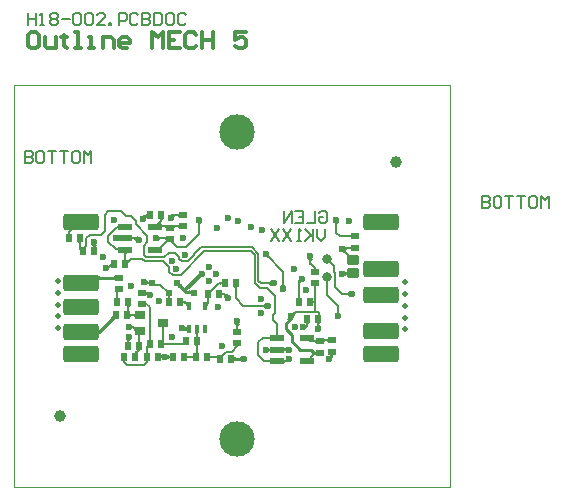
<source format=gbl>
G04 Layer_Physical_Order=4*
G04 Layer_Color=16711680*
%FSLAX42Y42*%
%MOMM*%
G71*
G01*
G75*
%ADD11R,1.22X0.62*%
%ADD12C,1.00*%
G04:AMPARAMS|DCode=13|XSize=0.8mm|YSize=1mm|CornerRadius=0.04mm|HoleSize=0mm|Usage=FLASHONLY|Rotation=270.000|XOffset=0mm|YOffset=0mm|HoleType=Round|Shape=RoundedRectangle|*
%AMROUNDEDRECTD13*
21,1,0.80,0.92,0,0,270.0*
21,1,0.72,1.00,0,0,270.0*
1,1,0.08,-0.46,-0.36*
1,1,0.08,-0.46,0.36*
1,1,0.08,0.46,0.36*
1,1,0.08,0.46,-0.36*
%
%ADD13ROUNDEDRECTD13*%
G04:AMPARAMS|DCode=19|XSize=0.57mm|YSize=0.65mm|CornerRadius=0.06mm|HoleSize=0mm|Usage=FLASHONLY|Rotation=0.000|XOffset=0mm|YOffset=0mm|HoleType=Round|Shape=RoundedRectangle|*
%AMROUNDEDRECTD19*
21,1,0.57,0.54,0,0,0.0*
21,1,0.46,0.65,0,0,0.0*
1,1,0.12,0.23,-0.27*
1,1,0.12,-0.23,-0.27*
1,1,0.12,-0.23,0.27*
1,1,0.12,0.23,0.27*
%
%ADD19ROUNDEDRECTD19*%
G04:AMPARAMS|DCode=20|XSize=0.57mm|YSize=0.65mm|CornerRadius=0.06mm|HoleSize=0mm|Usage=FLASHONLY|Rotation=90.000|XOffset=0mm|YOffset=0mm|HoleType=Round|Shape=RoundedRectangle|*
%AMROUNDEDRECTD20*
21,1,0.57,0.54,0,0,90.0*
21,1,0.46,0.65,0,0,90.0*
1,1,0.12,0.27,0.23*
1,1,0.12,0.27,-0.23*
1,1,0.12,-0.27,-0.23*
1,1,0.12,-0.27,0.23*
%
%ADD20ROUNDEDRECTD20*%
%ADD23C,0.15*%
%ADD24C,0.30*%
%ADD25C,0.25*%
%ADD26C,0.20*%
%ADD27C,0.10*%
%ADD28C,0.50*%
G04:AMPARAMS|DCode=29|XSize=3mm|YSize=1.4mm|CornerRadius=0.21mm|HoleSize=0mm|Usage=FLASHONLY|Rotation=0.000|XOffset=0mm|YOffset=0mm|HoleType=Round|Shape=RoundedRectangle|*
%AMROUNDEDRECTD29*
21,1,3.00,0.98,0,0,0.0*
21,1,2.58,1.40,0,0,0.0*
1,1,0.42,1.29,-0.49*
1,1,0.42,-1.29,-0.49*
1,1,0.42,-1.29,0.49*
1,1,0.42,1.29,0.49*
%
%ADD29ROUNDEDRECTD29*%
%ADD30C,3.00*%
%ADD31C,0.60*%
%ADD39C,0.80*%
%ADD40R,0.90X0.70*%
%ADD41R,0.60X0.60*%
%ADD42R,0.40X0.75*%
G36*
X1511Y336D02*
X1489D01*
X1493Y344D01*
X1507D01*
X1511Y336D01*
D02*
G37*
G36*
X620Y358D02*
Y342D01*
X604Y333D01*
Y367D01*
X620Y358D01*
D02*
G37*
G36*
X1069Y346D02*
X1076Y349D01*
Y319D01*
X1066Y324D01*
X1047Y315D01*
X1055Y357D01*
X1069Y346D01*
D02*
G37*
G36*
X877Y343D02*
X862D01*
X859Y351D01*
X881D01*
X877Y343D01*
D02*
G37*
G36*
X1507Y359D02*
X1493D01*
X1479Y379D01*
X1521D01*
X1507Y359D01*
D02*
G37*
G36*
X2208Y354D02*
X2167D01*
X2180Y374D01*
X2195D01*
X2208Y354D01*
D02*
G37*
G36*
X2098Y357D02*
X2090Y349D01*
X2085Y367D01*
X2087Y368D01*
X2098Y357D01*
D02*
G37*
G36*
X635Y319D02*
X630Y329D01*
Y351D01*
X635D01*
Y319D01*
D02*
G37*
G36*
X1773Y244D02*
X1765Y248D01*
Y263D01*
X1773Y266D01*
Y244D01*
D02*
G37*
G36*
X771Y242D02*
X749D01*
X753Y250D01*
X768D01*
X771Y242D01*
D02*
G37*
G36*
X881Y242D02*
X859Y242D01*
X862Y250D01*
X877D01*
X881Y242D01*
D02*
G37*
G36*
X1169Y260D02*
X1146D01*
X1150Y268D01*
X1165D01*
X1169Y260D01*
D02*
G37*
G36*
X1165Y290D02*
X1150D01*
X1146Y298D01*
X1169D01*
X1165Y290D01*
D02*
G37*
G36*
X1844Y286D02*
X1822D01*
X1825Y293D01*
X1841D01*
X1844Y286D01*
D02*
G37*
G36*
X675Y278D02*
X660D01*
X656Y286D01*
X679D01*
X675Y278D01*
D02*
G37*
G36*
X2100Y380D02*
X2085D01*
X2081Y388D01*
X2104D01*
X2100Y380D01*
D02*
G37*
G36*
X585Y520D02*
X570D01*
X566Y528D01*
X589D01*
X585Y520D01*
D02*
G37*
G36*
X1739Y509D02*
X1719Y522D01*
Y538D01*
X1739Y551D01*
Y509D01*
D02*
G37*
G36*
X589Y482D02*
X566D01*
X570Y490D01*
X585D01*
X589Y482D01*
D02*
G37*
G36*
X1076Y529D02*
X1070Y540D01*
Y561D01*
X1076D01*
Y529D01*
D02*
G37*
G36*
X2154Y568D02*
Y553D01*
X2146Y549D01*
Y571D01*
X2154Y568D01*
D02*
G37*
G36*
X1054D02*
Y553D01*
X1046Y549D01*
Y571D01*
X1054Y568D01*
D02*
G37*
G36*
X1247Y558D02*
X1250Y540D01*
X1245Y529D01*
Y561D01*
X1247Y558D01*
D02*
G37*
G36*
X2371Y461D02*
X2329D01*
X2342Y481D01*
X2358D01*
X2371Y461D01*
D02*
G37*
G36*
X466Y418D02*
X449Y409D01*
X435Y430D01*
X444Y448D01*
X466Y418D01*
D02*
G37*
G36*
X1966Y411D02*
X1949Y402D01*
X1925Y413D01*
X1929Y431D01*
X1966Y411D01*
D02*
G37*
G36*
X2195Y380D02*
X2180D01*
X2176Y388D01*
X2199D01*
X2195Y380D01*
D02*
G37*
G36*
X604Y457D02*
Y443D01*
X596Y439D01*
Y461D01*
X604Y457D01*
D02*
G37*
G36*
X2201Y452D02*
X2179D01*
X2183Y460D01*
X2198D01*
X2201Y452D01*
D02*
G37*
G36*
X1992Y464D02*
X1987Y440D01*
X1958Y470D01*
X1981Y474D01*
X1992Y464D01*
D02*
G37*
G36*
X635Y439D02*
X628Y443D01*
Y457D01*
X635Y461D01*
Y439D01*
D02*
G37*
G36*
X2268Y226D02*
X2260Y230D01*
Y245D01*
X2268Y249D01*
Y226D01*
D02*
G37*
G36*
X2308Y114D02*
X2308Y114D01*
X2311D01*
X2308Y107D01*
X2310Y84D01*
X2279Y110D01*
X2292Y119D01*
X2308Y114D01*
D02*
G37*
G36*
X931Y108D02*
Y93D01*
X911Y79D01*
Y121D01*
X931Y108D01*
D02*
G37*
G36*
X869Y79D02*
X849Y93D01*
Y108D01*
X869Y121D01*
Y79D01*
D02*
G37*
G36*
X1084Y108D02*
Y93D01*
X1076Y89D01*
Y111D01*
X1084Y108D01*
D02*
G37*
G36*
X1324Y89D02*
X1316Y93D01*
X1316Y108D01*
X1325Y111D01*
X1324Y89D01*
D02*
G37*
G36*
X1284Y108D02*
Y93D01*
X1276Y89D01*
Y111D01*
X1284Y108D01*
D02*
G37*
G36*
X1124Y89D02*
X1116Y93D01*
Y108D01*
X1124Y111D01*
Y89D01*
D02*
G37*
G36*
X1489Y93D02*
Y68D01*
X1476Y61D01*
Y99D01*
X1489Y93D01*
D02*
G37*
G36*
X1773Y54D02*
X1765Y57D01*
Y72D01*
X1773Y76D01*
Y54D01*
D02*
G37*
G36*
X1940Y52D02*
X1938Y53D01*
X1937Y54D01*
X1940Y52D01*
D02*
G37*
G36*
X1901Y68D02*
Y52D01*
X1894Y49D01*
Y71D01*
X1901Y68D01*
D02*
G37*
G36*
X1937Y54D02*
X1902Y68D01*
X1910Y80D01*
X1937Y54D01*
D02*
G37*
G36*
X740Y60D02*
X725D01*
X721Y68D01*
X744D01*
X740Y60D01*
D02*
G37*
G36*
X550D02*
X535D01*
X531Y68D01*
X554D01*
X550Y60D01*
D02*
G37*
G36*
X1539Y59D02*
X1521Y68D01*
Y93D01*
X1539Y101D01*
Y59D01*
D02*
G37*
G36*
X2141Y95D02*
X2110D01*
X2120Y101D01*
X2141D01*
Y95D01*
D02*
G37*
G36*
X1035Y199D02*
X1026Y203D01*
Y217D01*
X1034Y221D01*
X1035Y199D01*
D02*
G37*
G36*
X894Y217D02*
Y203D01*
X886Y199D01*
Y221D01*
X894Y217D01*
D02*
G37*
G36*
X1165Y187D02*
X1150D01*
X1146Y195D01*
X1169D01*
X1165Y187D01*
D02*
G37*
G36*
X2168Y216D02*
X2160Y220D01*
Y235D01*
X2168Y239D01*
Y216D01*
D02*
G37*
G36*
X2240Y245D02*
Y230D01*
X2232Y226D01*
Y249D01*
X2240Y245D01*
D02*
G37*
G36*
X679Y222D02*
X656D01*
X660Y230D01*
X675D01*
X679Y222D01*
D02*
G37*
G36*
X595Y244D02*
X581Y229D01*
X584Y222D01*
X561D01*
X565Y230D01*
X572D01*
X565Y232D01*
X554Y255D01*
X595Y244D01*
D02*
G37*
G36*
X1499Y178D02*
X1478D01*
Y184D01*
X1510D01*
X1499Y178D01*
D02*
G37*
G36*
X744Y132D02*
X721D01*
X725Y140D01*
X740D01*
X744Y132D01*
D02*
G37*
G36*
X656Y138D02*
Y132D01*
X624D01*
X640Y143D01*
X656Y138D01*
D02*
G37*
G36*
X1386Y113D02*
X1381Y107D01*
X1359Y112D01*
X1370Y118D01*
X1386Y113D01*
D02*
G37*
G36*
X1169Y132D02*
X1146D01*
X1150Y140D01*
X1165D01*
X1169Y132D01*
D02*
G37*
G36*
X1919Y139D02*
X1900Y152D01*
X1894Y149D01*
Y171D01*
X1900Y168D01*
X1919Y181D01*
Y139D01*
D02*
G37*
G36*
X665Y147D02*
X649Y152D01*
Y158D01*
X681D01*
X665Y147D01*
D02*
G37*
G36*
X1781Y167D02*
Y152D01*
X1761Y139D01*
Y181D01*
X1781Y167D01*
D02*
G37*
G36*
X1260Y590D02*
X1245D01*
X1241Y598D01*
X1264D01*
X1260Y590D01*
D02*
G37*
G36*
X175Y1060D02*
X160D01*
X156Y1068D01*
X179D01*
X175Y1060D01*
D02*
G37*
G36*
X903Y1064D02*
X897Y1059D01*
X892Y1075D01*
X898Y1086D01*
X903Y1064D01*
D02*
G37*
G36*
X967Y1063D02*
X951Y1058D01*
X940Y1064D01*
X963Y1069D01*
X967Y1063D01*
D02*
G37*
G36*
X643Y1077D02*
X628Y1093D01*
X634Y1107D01*
X657Y1117D01*
X643Y1077D01*
D02*
G37*
G36*
X621Y1107D02*
Y1093D01*
X614Y1089D01*
Y1111D01*
X621Y1107D01*
D02*
G37*
G36*
X851D02*
Y1093D01*
X831Y1079D01*
Y1121D01*
X851Y1107D01*
D02*
G37*
G36*
X511D02*
Y1093D01*
X491Y1079D01*
Y1089D01*
X485Y1093D01*
Y1107D01*
X491Y1111D01*
Y1121D01*
X511Y1107D01*
D02*
G37*
G36*
X873Y1035D02*
X867Y1024D01*
X847Y1035D01*
X858Y1041D01*
X873Y1035D01*
D02*
G37*
G36*
X493Y999D02*
X485Y1002D01*
Y1018D01*
X493Y1021D01*
Y999D01*
D02*
G37*
G36*
X2424Y1030D02*
X2432Y1015D01*
X2421Y1003D01*
X2424Y986D01*
X2414Y976D01*
X2390Y980D01*
X2416Y1005D01*
X2401Y1038D01*
X2424Y1030D01*
D02*
G37*
G36*
X561Y967D02*
X545D01*
X542Y974D01*
X564D01*
X561Y967D01*
D02*
G37*
G36*
X2468Y1011D02*
X2460Y1015D01*
Y1030D01*
X2468Y1034D01*
Y1011D01*
D02*
G37*
G36*
X309Y1047D02*
X296Y1029D01*
X299Y1022D01*
X276D01*
X280Y1030D01*
X267Y1050D01*
X309Y1047D01*
D02*
G37*
G36*
X218Y1021D02*
X187Y1022D01*
X197Y1028D01*
X219D01*
X218Y1021D01*
D02*
G37*
G36*
X179Y1022D02*
X164Y1017D01*
X160Y1029D01*
X175Y1030D01*
X179Y1022D01*
D02*
G37*
G36*
X898Y1089D02*
X890Y1093D01*
Y1107D01*
X898Y1111D01*
Y1089D01*
D02*
G37*
G36*
X854Y1226D02*
X822D01*
X832Y1231D01*
X854D01*
Y1226D01*
D02*
G37*
G36*
X2348Y1219D02*
X2333D01*
X2319Y1239D01*
X2361D01*
X2348Y1219D01*
D02*
G37*
G36*
X1188Y1219D02*
X1173D01*
X1159Y1239D01*
X1201D01*
X1188Y1219D01*
D02*
G37*
G36*
X865Y1260D02*
X850D01*
X846Y1268D01*
X869D01*
X865Y1260D01*
D02*
G37*
G36*
X1008Y1286D02*
X1000Y1290D01*
Y1305D01*
X1008Y1309D01*
Y1286D01*
D02*
G37*
G36*
X974Y1290D02*
X968Y1281D01*
X935Y1300D01*
X964Y1305D01*
X974Y1290D01*
D02*
G37*
G36*
X734Y1289D02*
X734Y1289D01*
X734Y1286D01*
Y1283D01*
X733D01*
X730Y1265D01*
X700Y1295D01*
X723Y1299D01*
X734Y1315D01*
Y1289D01*
D02*
G37*
G36*
X1008Y1191D02*
X1000Y1195D01*
Y1210D01*
X1008Y1214D01*
Y1191D01*
D02*
G37*
G36*
X95Y1165D02*
X74D01*
Y1170D01*
X106D01*
X95Y1165D01*
D02*
G37*
G36*
X84Y1132D02*
X61D01*
X65Y1140D01*
X80D01*
X84Y1132D01*
D02*
G37*
G36*
X2468Y1106D02*
X2460Y1110D01*
Y1125D01*
X2468Y1129D01*
Y1106D01*
D02*
G37*
G36*
X493Y1185D02*
X485Y1188D01*
Y1203D01*
X493Y1206D01*
Y1185D01*
D02*
G37*
G36*
X970Y1210D02*
Y1195D01*
X962Y1191D01*
X961Y1214D01*
X970Y1210D01*
D02*
G37*
G36*
X898Y1191D02*
X890Y1195D01*
Y1210D01*
X899Y1214D01*
X898Y1191D01*
D02*
G37*
G36*
X875Y1210D02*
Y1195D01*
X868Y1191D01*
Y1214D01*
X875Y1210D01*
D02*
G37*
G36*
X2461Y955D02*
X2431Y954D01*
X2429Y960D01*
X2450D01*
X2461Y955D01*
D02*
G37*
G36*
X731Y615D02*
X719Y630D01*
X722Y636D01*
Y649D01*
X729Y645D01*
X752Y651D01*
X731Y615D01*
D02*
G37*
G36*
X1287Y654D02*
X1281Y643D01*
X1269Y662D01*
X1280Y668D01*
X1287Y654D01*
D02*
G37*
G36*
X494Y644D02*
X490Y636D01*
X475D01*
X471Y645D01*
X494Y644D01*
D02*
G37*
G36*
X909Y667D02*
X893Y651D01*
X888Y662D01*
X898Y672D01*
X909Y667D01*
D02*
G37*
G36*
X2167Y686D02*
X2152D01*
X2149Y694D01*
X2171D01*
X2167Y686D01*
D02*
G37*
G36*
X1029Y702D02*
X1011Y684D01*
X993Y693D01*
X1020Y719D01*
X1029Y702D01*
D02*
G37*
G36*
X1495Y680D02*
X1480D01*
X1476Y688D01*
X1499D01*
X1495Y680D01*
D02*
G37*
G36*
X1103Y631D02*
X1090Y638D01*
Y662D01*
X1103Y667D01*
X1103Y631D01*
D02*
G37*
G36*
X2034Y592D02*
X2011D01*
X2015Y600D01*
X2030D01*
X2034Y592D01*
D02*
G37*
G36*
X934D02*
X911D01*
X915Y600D01*
X930D01*
X934Y592D01*
D02*
G37*
G36*
X494D02*
X471D01*
X475Y600D01*
X490D01*
X494Y592D01*
D02*
G37*
G36*
X1420Y630D02*
X1390Y600D01*
X1386Y624D01*
X1396Y634D01*
X1420Y630D01*
D02*
G37*
G36*
X1384Y638D02*
Y622D01*
X1376Y619D01*
Y641D01*
X1384Y638D01*
D02*
G37*
G36*
X2449Y609D02*
X2429Y622D01*
Y638D01*
X2449Y651D01*
Y609D01*
D02*
G37*
G36*
X930Y600D02*
X915D01*
X911Y608D01*
X934D01*
X930Y600D01*
D02*
G37*
G36*
X1911Y691D02*
X1869D01*
X1883Y711D01*
X1898D01*
X1911Y691D01*
D02*
G37*
G36*
X582Y901D02*
X576Y890D01*
X570Y913D01*
X577Y917D01*
X582Y901D01*
D02*
G37*
G36*
X2426Y814D02*
X2430Y816D01*
Y807D01*
X2432Y797D01*
X2430Y796D01*
Y794D01*
X2428Y795D01*
X2415Y783D01*
X2408Y824D01*
X2426Y814D01*
D02*
G37*
G36*
X1200Y770D02*
X1184Y763D01*
X1163Y784D01*
X1170Y800D01*
X1200Y770D01*
D02*
G37*
G36*
X2294Y909D02*
X2295Y911D01*
X2298Y902D01*
X2288Y892D01*
X2279Y895D01*
X2281Y896D01*
X2260Y900D01*
X2290Y930D01*
X2294Y909D01*
D02*
G37*
G36*
X1774Y946D02*
X1764Y936D01*
X1740Y940D01*
X1770Y970D01*
X1774Y946D01*
D02*
G37*
G36*
X564Y912D02*
X542D01*
X545Y920D01*
X561D01*
X564Y912D01*
D02*
G37*
G36*
X2127Y909D02*
X2112D01*
X2099Y929D01*
X2141D01*
X2127Y909D01*
D02*
G37*
G36*
X468Y749D02*
X455Y755D01*
Y780D01*
X468Y786D01*
Y749D01*
D02*
G37*
G36*
X1364Y709D02*
X1356Y712D01*
Y728D01*
X1364Y731D01*
Y709D01*
D02*
G37*
G36*
X1789Y699D02*
X1769Y712D01*
Y728D01*
X1789Y741D01*
Y699D01*
D02*
G37*
G36*
X817Y718D02*
Y703D01*
X809Y699D01*
Y721D01*
X817Y718D01*
D02*
G37*
G36*
X749Y733D02*
X751Y734D01*
Y731D01*
X752Y730D01*
X751Y725D01*
Y711D01*
X745Y714D01*
X725Y704D01*
X736Y745D01*
X749Y733D01*
D02*
G37*
G36*
X339Y780D02*
X343Y755D01*
X330Y749D01*
X324Y784D01*
X339Y780D01*
D02*
G37*
G36*
X2043Y731D02*
X2028Y727D01*
X2017Y738D01*
X2021Y753D01*
X2043Y731D01*
D02*
G37*
G36*
X2269Y732D02*
X2271D01*
X2267Y723D01*
X2252D01*
X2249Y732D01*
X2251D01*
X2239Y749D01*
X2281D01*
X2269Y732D01*
D02*
G37*
G54D11*
X553Y1005D02*
D03*
Y1195D02*
D03*
X807Y1005D02*
D03*
X553Y1100D02*
D03*
X807Y1195D02*
D03*
X2087Y255D02*
D03*
X1833Y160D02*
D03*
X2087Y65D02*
D03*
X1833Y255D02*
D03*
Y65D02*
D03*
G54D12*
X0Y-400D02*
D03*
X2840Y1750D02*
D03*
G54D13*
X2480Y805D02*
D03*
Y915D02*
D03*
G54D19*
X73Y1100D02*
D03*
X167D02*
D03*
X192Y990D02*
D03*
X288D02*
D03*
X762Y1300D02*
D03*
X857D02*
D03*
X2023Y560D02*
D03*
X2117D02*
D03*
X547Y880D02*
D03*
X453D02*
D03*
X2188Y420D02*
D03*
X2092D02*
D03*
X1352Y80D02*
D03*
X1448D02*
D03*
X732Y100D02*
D03*
X827D02*
D03*
X1348Y630D02*
D03*
X1252D02*
D03*
X1157Y228D02*
D03*
X1062D02*
D03*
X578Y560D02*
D03*
X482D02*
D03*
X1488Y720D02*
D03*
X1393D02*
D03*
X857Y210D02*
D03*
X762D02*
D03*
X1248Y100D02*
D03*
X1152D02*
D03*
X1018Y560D02*
D03*
X923D02*
D03*
X638Y100D02*
D03*
X543D02*
D03*
X1048D02*
D03*
X952D02*
D03*
X472Y450D02*
D03*
X568D02*
D03*
X668Y190D02*
D03*
X572D02*
D03*
G54D20*
X930Y1093D02*
D03*
Y1188D02*
D03*
X1040Y1202D02*
D03*
Y1298D02*
D03*
X2300Y142D02*
D03*
Y238D02*
D03*
X2200Y133D02*
D03*
Y228D02*
D03*
X2160Y818D02*
D03*
Y722D02*
D03*
X1500Y212D02*
D03*
Y308D02*
D03*
X2500Y1118D02*
D03*
Y1023D02*
D03*
X690Y638D02*
D03*
Y543D02*
D03*
X500Y672D02*
D03*
Y768D02*
D03*
G54D23*
X403Y850D02*
X453Y900D01*
X690Y553D02*
X723D01*
X940Y1080D02*
Y1112D01*
X925Y1098D02*
X940Y1112D01*
X832Y1005D02*
X925Y1098D01*
X762Y620D02*
Y625D01*
X814Y1202D02*
X1040D01*
X1838Y60D02*
X1940D01*
X2390Y805D02*
X2480D01*
X73Y1152D02*
X180Y1260D01*
X1180Y1140D02*
Y1260D01*
X925Y1098D02*
X930Y1093D01*
X923Y1100D02*
X925Y1098D01*
X810Y1100D02*
X923D01*
X760Y622D02*
X762Y620D01*
X750Y638D02*
X762Y625D01*
X690Y638D02*
X750D01*
X1958Y440D02*
X1998Y480D01*
X1715Y255D02*
X1833D01*
X1680Y220D02*
X1715Y255D01*
X1680Y110D02*
Y220D01*
X710Y730D02*
X718Y722D01*
X780D01*
X793Y710D01*
X850D01*
X923Y638D01*
Y560D02*
Y638D01*
X723Y553D02*
X760Y516D01*
Y212D02*
Y516D01*
X580Y350D02*
X620D01*
X650Y320D01*
X680D01*
X760Y212D02*
X762Y210D01*
X482Y655D02*
X500Y672D01*
X482Y560D02*
Y655D01*
X568Y450D02*
X578Y460D01*
Y560D01*
X568Y450D02*
X568Y450D01*
X680D01*
X732Y52D02*
Y100D01*
X710Y30D02*
X732Y52D01*
X570Y30D02*
X710D01*
X543Y57D02*
X570Y30D01*
X543Y57D02*
Y100D01*
X638D02*
Y130D01*
X668Y160D01*
Y190D01*
X572Y262D02*
X580Y270D01*
X572Y190D02*
Y262D01*
X668Y308D02*
X680Y320D01*
X668Y190D02*
Y308D01*
X890Y100D02*
X950D01*
X827D02*
X890D01*
X732Y180D02*
X762Y210D01*
X732Y100D02*
Y180D01*
X857Y210D02*
X870Y222D01*
Y385D01*
X1045Y210D02*
X1062Y228D01*
X857Y210D02*
X1045D01*
X1833Y255D02*
Y377D01*
X1800Y410D02*
X1833Y377D01*
X1800Y410D02*
Y450D01*
X1820Y470D01*
X1550Y530D02*
X1760D01*
X1488Y593D02*
X1550Y530D01*
X1488Y593D02*
Y720D01*
X1820Y470D02*
Y610D01*
X1220Y990D02*
X1620D01*
X1190Y1030D02*
X1622D01*
X1020Y790D02*
X1220Y990D01*
X1620D02*
X1650Y960D01*
X1130Y970D02*
X1190Y1030D01*
X1622D02*
X1680Y972D01*
X1405Y142D02*
X1452D01*
X1352Y90D02*
X1405Y142D01*
X2023Y732D02*
X2050Y760D01*
X2023Y560D02*
Y732D01*
X2160Y560D02*
Y722D01*
Y480D02*
Y560D01*
X2117D02*
X2160D01*
X2120Y888D02*
Y950D01*
Y888D02*
X2123D01*
X2160Y850D01*
Y818D02*
Y850D01*
X2330Y690D02*
X2390Y630D01*
X2330Y690D02*
Y810D01*
X2320Y820D02*
X2330Y810D01*
X2320Y820D02*
Y870D01*
X2260Y930D02*
X2320Y870D01*
X1890Y670D02*
Y820D01*
X1750Y680D02*
X1820Y610D01*
X1690Y680D02*
X1750D01*
X1452Y142D02*
X1500Y190D01*
Y212D01*
X1352Y80D02*
Y90D01*
X1332Y100D02*
X1352Y80D01*
X1248Y100D02*
X1332D01*
X1500Y308D02*
Y400D01*
X1488Y412D02*
X1500Y400D01*
X1490Y390D02*
X1500Y400D01*
X1343Y720D02*
X1393D01*
X1252Y630D02*
X1343Y720D01*
X1157Y332D02*
X1160Y335D01*
X1157Y228D02*
Y332D01*
Y105D02*
Y228D01*
X1152Y100D02*
X1157Y105D01*
X1048Y100D02*
X1152D01*
X1060Y560D02*
X1095Y526D01*
X1018Y560D02*
X1060D01*
X1390Y630D02*
X1420Y600D01*
X1348Y630D02*
X1390D01*
X1225Y526D02*
X1252Y553D01*
Y630D01*
X1833Y160D02*
X1940D01*
X1650Y720D02*
X1690Y680D01*
X1650Y720D02*
Y960D01*
X1700Y720D02*
X1810D01*
X1680Y740D02*
X1700Y720D01*
X1680Y740D02*
Y972D01*
X1130Y956D02*
Y970D01*
X1082Y908D02*
X1130Y956D01*
X1032Y908D02*
X1082D01*
X1004Y790D02*
X1020D01*
X1002Y788D02*
X1004Y790D01*
X952Y788D02*
X1002D01*
X920Y820D02*
X952Y788D01*
X920Y820D02*
Y860D01*
X870Y910D02*
X920Y860D01*
X715Y910D02*
X870D01*
X695Y930D02*
X715Y910D01*
X730Y940D02*
X880D01*
X710Y960D02*
X730Y940D01*
X600Y930D02*
X695D01*
X550Y880D02*
X600Y930D01*
X547Y880D02*
X550D01*
X700Y1265D02*
X735Y1300D01*
X762D01*
X1833Y65D02*
X1838Y60D01*
X2280Y80D02*
X2300Y100D01*
Y142D01*
X940Y1270D02*
Y1295D01*
X943Y1298D01*
X2050Y750D02*
Y760D01*
X2160Y480D02*
X2190D01*
X1998D02*
X2160D01*
X2390Y1010D02*
X2402Y1023D01*
X2500D01*
X2340Y1150D02*
Y1260D01*
Y1150D02*
X2373Y1118D01*
X2500D01*
X943Y1298D02*
X1040D01*
X807Y1195D02*
X814Y1202D01*
X857Y1246D02*
Y1300D01*
X814Y1202D02*
X857Y1246D01*
X807Y1005D02*
X832D01*
X470Y1100D02*
X553D01*
Y1005D02*
X575D01*
X553Y1100D02*
X650D01*
X2095Y65D02*
X2162Y133D01*
X2087Y65D02*
X2095D01*
X2210Y238D02*
X2300D01*
X2200Y228D02*
X2210Y238D01*
X2115Y228D02*
X2200D01*
X2087Y255D02*
X2115Y228D01*
X1680Y110D02*
X1725Y65D01*
X1833D01*
X2390Y1010D02*
X2480Y920D01*
Y915D02*
Y920D01*
X2080Y660D02*
X2083Y657D01*
X2060Y350D02*
X2080D01*
X2092Y362D01*
Y420D01*
X2188Y333D02*
Y420D01*
Y333D02*
X2190Y330D01*
X2350Y440D02*
Y530D01*
X2260Y620D02*
X2350Y530D01*
X2260Y620D02*
Y770D01*
X2390Y630D02*
X2470D01*
X1740Y970D02*
X1890Y820D01*
X485Y1195D02*
X553D01*
X410Y1070D02*
Y1120D01*
Y1070D02*
X470Y1010D01*
X548D01*
X553Y1005D01*
X1740Y160D02*
X1833D01*
X2190Y422D02*
Y480D01*
X2188Y420D02*
X2190Y422D01*
X2162Y133D02*
X2200D01*
X73Y1100D02*
Y1152D01*
X288Y990D02*
Y1068D01*
X290Y1070D01*
X940Y1080D02*
X990Y1030D01*
X1070D01*
X1180Y1140D01*
X390Y850D02*
X403D01*
X167Y1015D02*
Y1100D01*
Y1015D02*
X192Y990D01*
Y1012D01*
X220Y1040D01*
Y1100D01*
X250Y1130D01*
X880Y940D02*
X920Y980D01*
X970D01*
X1008Y942D01*
Y936D02*
Y942D01*
Y936D02*
X1010Y933D01*
Y930D02*
Y933D01*
Y930D02*
X1032Y908D01*
X250Y1130D02*
X350D01*
X410Y1120D02*
X485Y1195D01*
X350Y1130D02*
X380Y1160D01*
Y1300D01*
X410Y1330D01*
X520D01*
X560Y1290D01*
X600D01*
X640Y1250D01*
Y1225D02*
Y1250D01*
Y1225D02*
X740Y1125D01*
Y1070D02*
Y1125D01*
X710Y1040D02*
X740Y1070D01*
X710Y960D02*
Y1040D01*
X553Y885D02*
Y1005D01*
X547Y880D02*
X553Y885D01*
G54D24*
X1052Y660D02*
X1060D01*
X1200Y800D01*
X-200Y2850D02*
X-247D01*
X-270Y2827D01*
Y2733D01*
X-247Y2710D01*
X-200D01*
X-177Y2733D01*
Y2827D01*
X-200Y2850D01*
X-130Y2803D02*
Y2733D01*
X-107Y2710D01*
X-37D01*
Y2803D01*
X33Y2827D02*
Y2803D01*
X10D01*
X57D01*
X33D01*
Y2733D01*
X57Y2710D01*
X127D02*
X173D01*
X150D01*
Y2850D01*
X127D01*
X243Y2710D02*
X290D01*
X266D01*
Y2803D01*
X243D01*
X360Y2710D02*
Y2803D01*
X430D01*
X453Y2780D01*
Y2710D01*
X570D02*
X523D01*
X500Y2733D01*
Y2780D01*
X523Y2803D01*
X570D01*
X593Y2780D01*
Y2757D01*
X500D01*
X780Y2710D02*
Y2850D01*
X826Y2803D01*
X873Y2850D01*
Y2710D01*
X1013Y2850D02*
X920D01*
Y2710D01*
X1013D01*
X920Y2780D02*
X966D01*
X1153Y2827D02*
X1130Y2850D01*
X1083D01*
X1060Y2827D01*
Y2733D01*
X1083Y2710D01*
X1130D01*
X1153Y2733D01*
X1200Y2850D02*
Y2710D01*
Y2780D01*
X1293D01*
Y2850D01*
Y2710D01*
X1573Y2850D02*
X1479D01*
Y2780D01*
X1526Y2803D01*
X1549D01*
X1573Y2780D01*
Y2733D01*
X1549Y2710D01*
X1503D01*
X1479Y2733D01*
G54D25*
X2150Y133D02*
X2162D01*
X2123Y160D02*
X2150Y133D01*
X2030Y160D02*
X2123D01*
X1960Y230D02*
X2030Y160D01*
X1958Y428D02*
Y440D01*
X1910Y380D02*
X1958Y428D01*
X1910Y330D02*
Y380D01*
Y330D02*
X1960Y280D01*
Y230D02*
Y280D01*
X1052Y660D02*
X1062Y650D01*
X990Y722D02*
X1052Y660D01*
X1120Y650D02*
X1132Y638D01*
X1062Y650D02*
X1120D01*
X180Y310D02*
X333D01*
X472Y450D01*
X180Y720D02*
X228Y768D01*
X500D01*
X1448Y80D02*
X1560D01*
G54D26*
X1035Y335D02*
X1095D01*
X1030Y340D02*
X1035Y335D01*
X3570Y1460D02*
Y1360D01*
X3620D01*
X3637Y1377D01*
Y1393D01*
X3620Y1410D01*
X3570D01*
X3620D01*
X3637Y1427D01*
Y1443D01*
X3620Y1460D01*
X3570D01*
X3720D02*
X3687D01*
X3670Y1443D01*
Y1377D01*
X3687Y1360D01*
X3720D01*
X3737Y1377D01*
Y1443D01*
X3720Y1460D01*
X3770D02*
X3837D01*
X3803D01*
Y1360D01*
X3870Y1460D02*
X3937D01*
X3903D01*
Y1360D01*
X4020Y1460D02*
X3987D01*
X3970Y1443D01*
Y1377D01*
X3987Y1360D01*
X4020D01*
X4037Y1377D01*
Y1443D01*
X4020Y1460D01*
X4070Y1360D02*
Y1460D01*
X4103Y1427D01*
X4136Y1460D01*
Y1360D01*
X2240Y1180D02*
Y1113D01*
X2207Y1080D01*
X2173Y1113D01*
Y1180D01*
X2140D02*
Y1080D01*
Y1113D01*
X2073Y1180D01*
X2123Y1130D01*
X2073Y1080D01*
X2040D02*
X2007D01*
X2023D01*
Y1180D01*
X2040Y1163D01*
X1957Y1180D02*
X1890Y1080D01*
Y1180D02*
X1957Y1080D01*
X1857Y1180D02*
X1790Y1080D01*
Y1180D02*
X1857Y1080D01*
X2193Y1313D02*
X2210Y1330D01*
X2243D01*
X2260Y1313D01*
Y1247D01*
X2243Y1230D01*
X2210D01*
X2193Y1247D01*
Y1280D01*
X2227D01*
X2160Y1330D02*
Y1230D01*
X2093D01*
X1993Y1330D02*
X2060D01*
Y1230D01*
X1993D01*
X2060Y1280D02*
X2027D01*
X1960Y1230D02*
Y1330D01*
X1893Y1230D01*
Y1330D01*
X-300Y1840D02*
Y1740D01*
X-250D01*
X-233Y1757D01*
Y1773D01*
X-250Y1790D01*
X-300D01*
X-250D01*
X-233Y1807D01*
Y1823D01*
X-250Y1840D01*
X-300D01*
X-150D02*
X-183D01*
X-200Y1823D01*
Y1757D01*
X-183Y1740D01*
X-150D01*
X-133Y1757D01*
Y1823D01*
X-150Y1840D01*
X-100D02*
X-33D01*
X-67D01*
Y1740D01*
X-0Y1840D02*
X67D01*
X33D01*
Y1740D01*
X150Y1840D02*
X117D01*
X100Y1823D01*
Y1757D01*
X117Y1740D01*
X150D01*
X167Y1757D01*
Y1823D01*
X150Y1840D01*
X200Y1740D02*
Y1840D01*
X233Y1807D01*
X266Y1840D01*
Y1740D01*
X-270Y3010D02*
Y2910D01*
Y2960D01*
X-203D01*
Y3010D01*
Y2910D01*
X-170D02*
X-137D01*
X-153D01*
Y3010D01*
X-170Y2993D01*
X-87D02*
X-70Y3010D01*
X-37D01*
X-20Y2993D01*
Y2977D01*
X-37Y2960D01*
X-20Y2943D01*
Y2927D01*
X-37Y2910D01*
X-70D01*
X-87Y2927D01*
Y2943D01*
X-70Y2960D01*
X-87Y2977D01*
Y2993D01*
X-70Y2960D02*
X-37D01*
X13D02*
X80D01*
X113Y2993D02*
X130Y3010D01*
X163D01*
X180Y2993D01*
Y2927D01*
X163Y2910D01*
X130D01*
X113Y2927D01*
Y2993D01*
X213D02*
X230Y3010D01*
X263D01*
X280Y2993D01*
Y2927D01*
X263Y2910D01*
X230D01*
X213Y2927D01*
Y2993D01*
X380Y2910D02*
X313D01*
X380Y2977D01*
Y2993D01*
X363Y3010D01*
X330D01*
X313Y2993D01*
X413Y2910D02*
Y2927D01*
X430D01*
Y2910D01*
X413D01*
X496D02*
Y3010D01*
X546D01*
X563Y2993D01*
Y2960D01*
X546Y2943D01*
X496D01*
X663Y2993D02*
X646Y3010D01*
X613D01*
X596Y2993D01*
Y2927D01*
X613Y2910D01*
X646D01*
X663Y2927D01*
X696Y3010D02*
Y2910D01*
X746D01*
X763Y2927D01*
Y2943D01*
X746Y2960D01*
X696D01*
X746D01*
X763Y2977D01*
Y2993D01*
X746Y3010D01*
X696D01*
X796D02*
Y2910D01*
X846D01*
X863Y2927D01*
Y2993D01*
X846Y3010D01*
X796D01*
X946D02*
X913D01*
X896Y2993D01*
Y2927D01*
X913Y2910D01*
X946D01*
X963Y2927D01*
Y2993D01*
X946Y3010D01*
X1063Y2993D02*
X1046Y3010D01*
X1013D01*
X996Y2993D01*
Y2927D01*
X1013Y2910D01*
X1046D01*
X1063Y2927D01*
G54D27*
X-390Y2100D02*
Y2400D01*
X3300D01*
Y-1000D02*
Y2400D01*
X-390Y-1000D02*
Y2100D01*
Y-1000D02*
X610D01*
X3300D01*
G54D28*
X2920Y630D02*
D03*
Y730D02*
D03*
Y530D02*
D03*
Y430D02*
D03*
Y330D02*
D03*
X-20Y640D02*
D03*
Y740D02*
D03*
Y540D02*
D03*
Y440D02*
D03*
Y340D02*
D03*
G54D29*
X2720Y1240D02*
D03*
X180Y520D02*
D03*
Y1240D02*
D03*
Y720D02*
D03*
X2720Y620D02*
D03*
Y120D02*
D03*
X180Y310D02*
D03*
X2720Y320D02*
D03*
Y840D02*
D03*
X180Y120D02*
D03*
G54D30*
X1500Y2000D02*
D03*
Y-600D02*
D03*
G54D31*
X1180Y1260D02*
D03*
X810Y1100D02*
D03*
X760Y622D02*
D03*
X2188Y333D02*
D03*
X1958Y440D02*
D03*
X600Y700D02*
D03*
X580Y350D02*
D03*
X890Y100D02*
D03*
X1760Y530D02*
D03*
X1700Y590D02*
D03*
Y470D02*
D03*
X580Y270D02*
D03*
X1030Y340D02*
D03*
X710Y730D02*
D03*
X1370Y190D02*
D03*
X1500Y400D02*
D03*
X1810Y720D02*
D03*
X2450Y1250D02*
D03*
X1940Y82D02*
D03*
X460Y1260D02*
D03*
X700Y1265D02*
D03*
X940Y1270D02*
D03*
X1420D02*
D03*
X2050Y760D02*
D03*
X1980Y840D02*
D03*
X2340Y1260D02*
D03*
X360Y940D02*
D03*
X980Y840D02*
D03*
X1260Y860D02*
D03*
Y740D02*
D03*
X1200Y800D02*
D03*
X1320D02*
D03*
X1340Y520D02*
D03*
X1420Y600D02*
D03*
X840Y570D02*
D03*
X1330Y1190D02*
D03*
X1620Y1200D02*
D03*
X1060Y960D02*
D03*
X1740Y160D02*
D03*
X290Y1070D02*
D03*
X950Y910D02*
D03*
X1510Y1250D02*
D03*
X1040Y1100D02*
D03*
X1560Y80D02*
D03*
X2280D02*
D03*
X2060Y350D02*
D03*
X2080Y660D02*
D03*
X1990Y350D02*
D03*
X950Y270D02*
D03*
X470Y1100D02*
D03*
X1710Y1170D02*
D03*
X2390Y1010D02*
D03*
Y800D02*
D03*
X2350Y440D02*
D03*
X2470Y630D02*
D03*
X1890Y670D02*
D03*
X1740Y970D02*
D03*
X670Y1090D02*
D03*
X1940Y160D02*
D03*
X2120Y950D02*
D03*
X2260Y770D02*
D03*
Y930D02*
D03*
X390Y850D02*
D03*
G54D39*
X2260Y770D02*
D03*
Y930D02*
D03*
G54D40*
X680Y450D02*
D03*
Y320D02*
D03*
X870Y385D02*
D03*
G54D41*
X923Y638D02*
D03*
X1132D02*
D03*
X990Y722D02*
D03*
X780D02*
D03*
G54D42*
X1225Y526D02*
D03*
X1095D02*
D03*
Y335D02*
D03*
X1160D02*
D03*
X1225D02*
D03*
M02*

</source>
